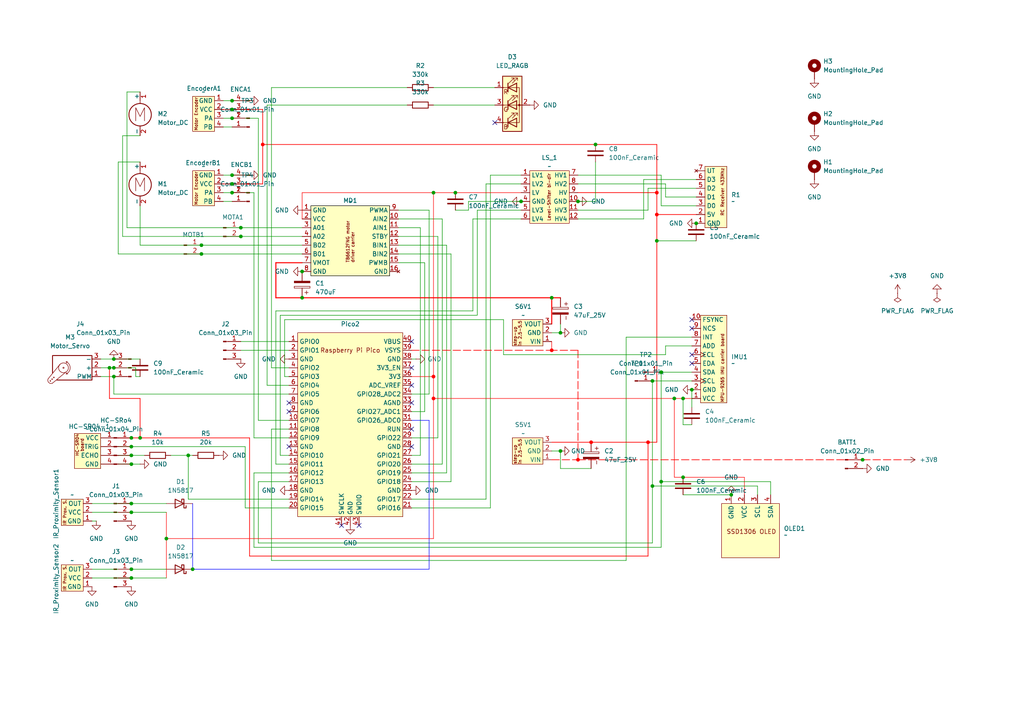
<source format=kicad_sch>
(kicad_sch (version 20231120) (generator "eeschema") (generator_version "8.0")
  (paper "A4")
  (title_block (title "simple-robot") (date "2024-12-29") (rev "1") (company "Rafael Koch"))
  (junction (at 162.56 96.52))
  (junction (at 67.31 31.75))
  (junction (at 125.73 115.57) (color 255 0 0 1))
  (junction (at 198.12 115.57))
  (junction (at 38.1 148.59))
  (junction (at 69.85 68.58))
  (junction (at 38.1 129.54))
  (junction (at 132.08 55.88))
  (junction (at 87.63 86.36))
  (junction (at 200.66 113.03))
  (junction (at 190.5 62.23) (color 255 0 0 1))
  (junction (at 58.42 71.12))
  (junction (at 160.02 101.6) (color 255 0 0 1))
  (junction (at 190.5 55.88) (color 255 0 0 1))
  (junction (at 38.1 165.1))
  (junction (at 33.02 104.14))
  (junction (at 172.72 41.91))
  (junction (at 54.61 132.08))
  (junction (at 198.12 138.43))
  (junction (at 67.31 50.8))
  (junction (at 151.13 58.42))
  (junction (at 33.02 106.68))
  (junction (at 55.88 165.1))
  (junction (at 191.77 107.95))
  (junction (at 167.64 133.35) (color 255 0 0 1))
  (junction (at 38.1 132.08))
  (junction (at 250.19 133.35))
  (junction (at 212.09 143.51))
  (junction (at 190.5 69.85))
  (junction (at 160.02 86.36))
  (junction (at 195.58 115.57))
  (junction (at 33.02 109.22))
  (junction (at 38.1 134.62))
  (junction (at 38.1 146.05))
  (junction (at 87.63 78.74))
  (junction (at 76.2 41.91) (color 255 0 0 1))
  (junction (at 189.23 140.97))
  (junction (at 167.64 58.42))
  (junction (at 67.31 34.29))
  (junction (at 125.73 55.88))
  (junction (at 67.31 53.34))
  (junction (at 162.56 130.81))
  (junction (at 171.45 128.27) (color 255 0 0 1))
  (junction (at 38.1 127))
  (junction (at 187.96 128.27) (color 255 0 0 1))
  (junction (at 67.31 29.21))
  (junction (at 69.85 66.04))
  (junction (at 48.26 156.21))
  (junction (at 31.75 106.68))
  (junction (at 125.73 109.22) (color 255 0 0 1))
  (junction (at 191.77 139.7))
  (junction (at 40.64 127))
  (junction (at 189.23 110.49))
  (junction (at 67.31 55.88))
  (junction (at 58.42 73.66))
  (junction (at 201.93 64.77))
  (junction (at 38.1 167.64))
  (no_connect (at 119.38 124.46))
  (no_connect (at 200.66 92.71))
  (no_connect (at 83.82 116.84))
  (no_connect (at 200.66 102.87))
  (no_connect (at 119.38 106.68))
  (no_connect (at 83.82 129.54))
  (no_connect (at 143.51 35.56))
  (no_connect (at 119.38 129.54))
  (no_connect (at 119.38 116.84))
  (no_connect (at 99.06 152.4))
  (no_connect (at 200.66 95.25))
  (no_connect (at 104.14 152.4))
  (no_connect (at 83.82 119.38))
  (no_connect (at 119.38 99.06))
  (no_connect (at 119.38 111.76))
  (no_connect (at 200.66 105.41))
  (wire (pts (xy 38.1 132.08) (xy 41.91 132.08)))
  (wire (pts (xy 198.12 123.19) (xy 198.12 115.57)))
  (wire (pts (xy 146.05 92.71) (xy 146.05 102.87)))
  (wire (pts (xy 198.12 115.57) (xy 200.66 115.57)) (stroke (width 0) (color 255 0 0 1)))
  (wire (pts (xy 34.29 129.54) (xy 38.1 129.54)))
  (wire (pts (xy 31.75 115.57) (xy 31.75 106.68)) (stroke (width 0.2) (color 255 0 0 1)))
  (wire (pts (xy 36.83 66.04) (xy 36.83 26.67)))
  (wire (pts (xy 115.57 66.04) (xy 121.92 66.04)))
  (wire (pts (xy 190.5 62.23) (xy 201.93 62.23)) (stroke (width 0.2) (color 255 0 0 1)))
  (wire (pts (xy 200.66 110.49) (xy 189.23 110.49)))
  (wire (pts (xy 128.27 63.5) (xy 128.27 134.62)))
  (wire (pts (xy 72.39 161.29) (xy 187.96 161.29)) (stroke (width 0.2) (color 255 0 0 1)))
  (wire (pts (xy 74.93 139.7) (xy 83.82 139.7)))
  (wire (pts (xy 38.1 167.64) (xy 48.26 167.64)))
  (wire (pts (xy 69.85 101.6) (xy 83.82 101.6)))
  (wire (pts (xy 54.61 132.08) (xy 55.88 132.08)))
  (wire (pts (xy 128.27 134.62) (xy 119.38 134.62)))
  (wire (pts (xy 76.2 53.34) (xy 76.2 41.91)) (stroke (width 0.2) (color 255 0 0 1)))
  (wire (pts (xy 82.55 92.71) (xy 146.05 92.71)))
  (wire (pts (xy 186.69 52.07) (xy 186.69 63.5)))
  (wire (pts (xy 34.29 132.08) (xy 38.1 132.08)))
  (wire (pts (xy 78.74 124.46) (xy 83.82 124.46)))
  (wire (pts (xy 138.43 91.44) (xy 81.28 91.44)))
  (wire (pts (xy 73.66 55.88) (xy 73.66 127)))
  (wire (pts (xy 135.89 60.96) (xy 135.89 58.42)))
  (wire (pts (xy 64.77 53.34) (xy 67.31 53.34)) (stroke (width 0.2) (color 255 0 0 1)))
  (wire (pts (xy 74.93 34.29) (xy 74.93 121.92)))
  (wire (pts (xy 34.29 127) (xy 38.1 127)) (stroke (width 0.2) (color 255 0 0 1)))
  (wire (pts (xy 80.01 90.17) (xy 80.01 134.62)))
  (wire (pts (xy 160.02 86.36) (xy 162.56 86.36)) (stroke (width 0.3) (color 255 0 0 1)))
  (wire (pts (xy 198.12 143.51) (xy 212.09 143.51)))
  (wire (pts (xy 190.5 55.88) (xy 190.5 62.23)) (stroke (width 0.2) (color 255 0 0 1)))
  (wire (pts (xy 172.72 41.91) (xy 190.5 41.91)) (stroke (width 0.2) (color 255 0 0 1)))
  (wire (pts (xy 191.77 158.75) (xy 191.77 139.7)))
  (wire (pts (xy 80.01 134.62) (xy 83.82 134.62)))
  (wire (pts (xy 125.73 156.21) (xy 48.26 156.21)) (stroke (width 0) (color 255 0 0 1)))
  (wire (pts (xy 187.96 161.29) (xy 187.96 128.27)) (stroke (width 0.2) (color 255 0 0 1)))
  (wire (pts (xy 58.42 71.12) (xy 40.64 71.12)))
  (wire (pts (xy 191.77 139.7) (xy 191.77 107.95)))
  (wire (pts (xy 121.92 132.08) (xy 119.38 132.08)))
  (wire (pts (xy 115.57 71.12) (xy 129.54 71.12)))
  (wire (pts (xy 87.63 68.58) (xy 69.85 68.58)))
  (wire (pts (xy 82.55 109.22) (xy 82.55 92.71)))
  (wire (pts (xy 67.31 29.21) (xy 64.77 29.21)))
  (wire (pts (xy 129.54 137.16) (xy 119.38 137.16)))
  (wire (pts (xy 138.43 60.96) (xy 138.43 91.44)))
  (wire (pts (xy 119.38 121.92) (xy 124.46 121.92)) (stroke (width 0) (color 0 0 255 1)))
  (wire (pts (xy 195.58 115.57) (xy 198.12 115.57)) (stroke (width 0) (color 255 0 0 1)))
  (wire (pts (xy 64.77 36.83) (xy 67.31 36.83)))
  (wire (pts (xy 71.12 129.54) (xy 71.12 147.32)))
  (wire (pts (xy 142.24 50.8) (xy 151.13 50.8)))
  (wire (pts (xy 33.02 109.22) (xy 33.02 114.3)))
  (wire (pts (xy 123.19 76.2) (xy 123.19 119.38)))
  (wire (pts (xy 137.16 63.5) (xy 151.13 63.5)))
  (wire (pts (xy 29.21 106.68) (xy 31.75 106.68)))
  (wire (pts (xy 146.05 102.87) (xy 193.04 102.87)))
  (wire (pts (xy 36.83 66.04) (xy 69.85 66.04)))
  (wire (pts (xy 29.21 104.14) (xy 33.02 104.14)))
  (wire (pts (xy 138.43 60.96) (xy 151.13 60.96)))
  (wire (pts (xy 26.67 146.05) (xy 38.1 146.05)))
  (wire (pts (xy 167.64 60.96) (xy 187.96 60.96)))
  (wire (pts (xy 119.38 144.78) (xy 140.97 144.78)))
  (wire (pts (xy 142.24 50.8) (xy 142.24 147.32)))
  (wire (pts (xy 67.31 31.75) (xy 76.2 31.75)) (stroke (width 0.2) (color 255 0 0 1)))
  (wire (pts (xy 49.53 132.08) (xy 54.61 132.08)))
  (wire (pts (xy 38.1 165.1) (xy 48.26 165.1)))
  (wire (pts (xy 160.02 101.6) (xy 160.02 99.06)) (stroke (width 0) (color 255 0 0 1)))
  (wire (pts (xy 39.37 109.22) (xy 39.37 106.68)))
  (wire (pts (xy 80.01 86.36) (xy 87.63 86.36)) (stroke (width 0.3) (color 255 0 0 1)))
  (wire (pts (xy 124.46 60.96) (xy 124.46 114.3)))
  (wire (pts (xy 33.02 114.3) (xy 83.82 114.3)))
  (wire (pts (xy 87.63 71.12) (xy 58.42 71.12)))
  (wire (pts (xy 36.83 26.67) (xy 40.64 26.67)))
  (wire (pts (xy 190.5 69.85) (xy 190.5 62.23)) (stroke (width 0.2) (color 255 0 0 1)))
  (wire (pts (xy 167.64 101.6) (xy 160.02 101.6)) (stroke (width 0.2) (type dash) (color 255 0 0 1)))
  (wire (pts (xy 80.01 76.2) (xy 87.63 76.2)) (stroke (width 0.3) (color 255 0 0 1)))
  (wire (pts (xy 40.64 115.57) (xy 31.75 115.57)) (stroke (width 0.2) (color 255 0 0 1)))
  (wire (pts (xy 83.82 127) (xy 73.66 127)))
  (wire (pts (xy 130.81 139.7) (xy 119.38 139.7)))
  (wire (pts (xy 162.56 135.89) (xy 171.45 135.89)))
  (wire (pts (xy 191.77 50.8) (xy 191.77 59.69)))
  (wire (pts (xy 125.73 55.88) (xy 125.73 109.22)) (stroke (width 0) (color 255 0 0 1)))
  (wire (pts (xy 191.77 59.69) (xy 201.93 59.69)))
  (wire (pts (xy 142.24 147.32) (xy 119.38 147.32)))
  (wire (pts (xy 26.67 148.59) (xy 38.1 148.59)))
  (wire (pts (xy 132.08 60.96) (xy 135.89 60.96)))
  (wire (pts (xy 201.93 52.07) (xy 186.69 52.07)))
  (wire (pts (xy 73.66 158.75) (xy 191.77 158.75)))
  (wire (pts (xy 127 68.58) (xy 115.57 68.58)))
  (wire (pts (xy 140.97 53.34) (xy 151.13 53.34)))
  (wire (pts (xy 34.29 73.66) (xy 34.29 46.99)))
  (wire (pts (xy 125.73 25.4) (xy 143.51 25.4)))
  (wire (pts (xy 123.19 119.38) (xy 119.38 119.38)))
  (wire (pts (xy 181.61 162.56) (xy 181.61 97.79)))
  (wire (pts (xy 125.73 115.57) (xy 125.73 156.21)) (stroke (width 0) (color 255 0 0 1)))
  (wire (pts (xy 78.74 25.4) (xy 118.11 25.4)))
  (wire (pts (xy 193.04 57.15) (xy 193.04 53.34)))
  (wire (pts (xy 125.73 30.48) (xy 143.51 30.48)))
  (wire (pts (xy 189.23 110.49) (xy 189.23 140.97)))
  (wire (pts (xy 198.12 138.43) (xy 215.9 138.43)) (stroke (width 0) (color 255 0 0 1)))
  (wire (pts (xy 187.96 54.61) (xy 187.96 60.96)))
  (wire (pts (xy 58.42 73.66) (xy 34.29 73.66)))
  (wire (pts (xy 195.58 115.57) (xy 195.58 138.43)) (stroke (width 0) (color 255 0 0 1)))
  (wire (pts (xy 137.16 63.5) (xy 137.16 90.17)))
  (wire (pts (xy 73.66 137.16) (xy 73.66 158.75)))
  (wire (pts (xy 81.28 91.44) (xy 81.28 132.08)))
  (wire (pts (xy 78.74 106.68) (xy 78.74 25.4)))
  (wire (pts (xy 87.63 55.88) (xy 125.73 55.88)) (stroke (width 0) (color 255 0 0 1)))
  (wire (pts (xy 80.01 76.2) (xy 80.01 86.36)) (stroke (width 0.3) (color 255 0 0 1)))
  (wire (pts (xy 81.28 132.08) (xy 83.82 132.08)))
  (wire (pts (xy 69.85 99.06) (xy 83.82 99.06)))
  (wire (pts (xy 160.02 96.52) (xy 162.56 96.52)))
  (wire (pts (xy 189.23 140.97) (xy 189.23 157.48)))
  (wire (pts (xy 38.1 146.05) (xy 48.26 146.05)))
  (wire (pts (xy 83.82 111.76) (xy 77.47 111.76)))
  (wire (pts (xy 201.93 54.61) (xy 187.96 54.61)))
  (wire (pts (xy 120.65 104.14) (xy 119.38 104.14)))
  (wire (pts (xy 71.12 147.32) (xy 83.82 147.32)))
  (wire (pts (xy 78.74 124.46) (xy 78.74 162.56)))
  (wire (pts (xy 124.46 165.1) (xy 55.88 165.1)) (stroke (width 0) (color 0 0 255 1)))
  (wire (pts (xy 200.66 123.19) (xy 198.12 123.19)))
  (wire (pts (xy 195.58 138.43) (xy 198.12 138.43)) (stroke (width 0) (color 255 0 0 1)))
  (wire (pts (xy 40.64 127) (xy 40.64 115.57)) (stroke (width 0.2) (color 255 0 0 1)))
  (wire (pts (xy 124.46 121.92) (xy 124.46 165.1)) (stroke (width 0) (color 0 0 255 1)))
  (wire (pts (xy 140.97 144.78) (xy 140.97 53.34)))
  (wire (pts (xy 160.02 93.98) (xy 160.02 86.36)) (stroke (width 0.3) (color 255 0 0 1)))
  (wire (pts (xy 69.85 68.58) (xy 35.56 68.58)))
  (wire (pts (xy 162.56 130.81) (xy 160.02 130.81)))
  (wire (pts (xy 137.16 90.17) (xy 80.01 90.17)))
  (wire (pts (xy 193.04 100.33) (xy 200.66 100.33)))
  (wire (pts (xy 171.45 128.27) (xy 187.96 128.27)) (stroke (width 0.2) (color 255 0 0 1)))
  (wire (pts (xy 121.92 66.04) (xy 121.92 132.08)))
  (wire (pts (xy 40.64 109.22) (xy 39.37 109.22)))
  (wire (pts (xy 189.23 157.48) (xy 74.93 157.48)))
  (wire (pts (xy 55.88 146.05) (xy 55.88 165.1)) (stroke (width 0) (color 0 0 255 1)))
  (wire (pts (xy 172.72 46.99) (xy 172.72 58.42)))
  (wire (pts (xy 130.81 73.66) (xy 130.81 139.7)))
  (wire (pts (xy 115.57 60.96) (xy 124.46 60.96)))
  (wire (pts (xy 167.64 133.35) (xy 250.19 133.35)) (stroke (width 0.2) (type dash) (color 255 0 0 1)))
  (wire (pts (xy 77.47 30.48) (xy 118.11 30.48)))
  (wire (pts (xy 187.96 128.27) (xy 190.5 128.27)) (stroke (width 0.2) (color 255 0 0 1)))
  (wire (pts (xy 191.77 139.7) (xy 223.52 139.7)))
  (wire (pts (xy 40.64 134.62) (xy 38.1 134.62)))
  (wire (pts (xy 26.67 167.64) (xy 38.1 167.64)))
  (wire (pts (xy 38.1 134.62) (xy 34.29 134.62)))
  (wire (pts (xy 35.56 68.58) (xy 35.56 39.37)))
  (wire (pts (xy 38.1 148.59) (xy 48.26 148.59)))
  (wire (pts (xy 167.64 53.34) (xy 193.04 53.34)))
  (wire (pts (xy 54.61 144.78) (xy 54.61 132.08)))
  (wire (pts (xy 127 127) (xy 127 68.58)))
  (wire (pts (xy 160.02 133.35) (xy 167.64 133.35)) (stroke (width 0.2) (type dash) (color 255 0 0 1)))
  (wire (pts (xy 67.31 55.88) (xy 73.66 55.88)))
  (wire (pts (xy 193.04 102.87) (xy 193.04 100.33)))
  (wire (pts (xy 190.5 41.91) (xy 190.5 55.88)) (stroke (width 0.2) (color 255 0 0 1)))
  (wire (pts (xy 162.56 135.89) (xy 162.56 130.81)))
  (wire (pts (xy 201.93 57.15) (xy 193.04 57.15)))
  (wire (pts (xy 64.77 55.88) (xy 67.31 55.88)))
  (wire (pts (xy 190.5 69.85) (xy 201.93 69.85)))
  (wire (pts (xy 35.56 39.37) (xy 40.64 39.37)))
  (wire (pts (xy 72.39 29.21) (xy 67.31 29.21)))
  (wire (pts (xy 219.71 143.51) (xy 219.71 140.97)))
  (wire (pts (xy 64.77 31.75) (xy 67.31 31.75)) (stroke (width 0.2) (color 255 0 0 1)))
  (wire (pts (xy 38.1 129.54) (xy 71.12 129.54)))
  (wire (pts (xy 67.31 34.29) (xy 74.93 34.29)))
  (wire (pts (xy 33.02 104.14) (xy 40.64 104.14)))
  (wire (pts (xy 200.66 113.03) (xy 200.66 118.11)))
  (wire (pts (xy 76.2 41.91) (xy 76.2 31.75)) (stroke (width 0.2) (color 255 0 0 1)))
  (wire (pts (xy 83.82 137.16) (xy 73.66 137.16)))
  (wire (pts (xy 26.67 165.1) (xy 38.1 165.1)))
  (wire (pts (xy 34.29 46.99) (xy 40.64 46.99)))
  (wire (pts (xy 87.63 73.66) (xy 58.42 73.66)))
  (wire (pts (xy 223.52 139.7) (xy 223.52 143.51)))
  (wire (pts (xy 250.19 133.35) (xy 262.89 133.35)) (stroke (width 0.2) (type dash) (color 255 0 0 1)))
  (wire (pts (xy 74.93 157.48) (xy 74.93 139.7)))
  (wire (pts (xy 167.64 63.5) (xy 186.69 63.5)))
  (wire (pts (xy 119.38 127) (xy 127 127)))
  (wire (pts (xy 40.64 127) (xy 72.39 127)) (stroke (width 0.2) (color 255 0 0 1)))
  (wire (pts (xy 26.67 151.13) (xy 27.94 151.13)))
  (wire (pts (xy 76.2 41.91) (xy 172.72 41.91)) (stroke (width 0.2) (color 255 0 0 1)))
  (wire (pts (xy 48.26 156.21) (xy 48.26 167.64)) (stroke (width 0) (color 255 0 0 1)))
  (wire (pts (xy 167.64 50.8) (xy 191.77 50.8)))
  (wire (pts (xy 124.46 114.3) (xy 119.38 114.3)))
  (wire (pts (xy 87.63 86.36) (xy 160.02 86.36)) (stroke (width 0.3) (color 255 0 0 1)))
  (wire (pts (xy 215.9 138.43) (xy 215.9 143.51)) (stroke (width 0) (color 255 0 0 1)))
  (wire (pts (xy 54.61 144.78) (xy 83.82 144.78)))
  (wire (pts (xy 190.5 128.27) (xy 190.5 69.85)) (stroke (width 0.2) (color 255 0 0 1)))
  (wire (pts (xy 115.57 76.2) (xy 123.19 76.2)))
  (wire (pts (xy 125.73 115.57) (xy 195.58 115.57)) (stroke (width 0) (color 255 0 0 1)))
  (wire (pts (xy 151.13 55.88) (xy 132.08 55.88)) (stroke (width 0) (color 255 0 0 1)))
  (wire (pts (xy 125.73 109.22) (xy 125.73 115.57)) (stroke (width 0) (color 255 0 0 1)))
  (wire (pts (xy 74.93 121.92) (xy 83.82 121.92)))
  (wire (pts (xy 115.57 63.5) (xy 128.27 63.5)))
  (wire (pts (xy 31.75 106.68) (xy 33.02 106.68)))
  (wire (pts (xy 87.63 55.88) (xy 87.63 63.5)) (stroke (width 0) (color 255 0 0 1)))
  (wire (pts (xy 160.02 128.27) (xy 171.45 128.27)) (stroke (width 0.2) (color 255 0 0 1)))
  (wire (pts (xy 167.64 101.6) (xy 167.64 133.35)) (stroke (width 0.2) (type dash) (color 255 0 0 1)))
  (wire (pts (xy 83.82 106.68) (xy 78.74 106.68)))
  (wire (pts (xy 83.82 109.22) (xy 82.55 109.22)))
  (wire (pts (xy 78.74 162.56) (xy 181.61 162.56)))
  (wire (pts (xy 72.39 127) (xy 72.39 161.29)) (stroke (width 0.2) (color 255 0 0 1)))
  (wire (pts (xy 135.89 58.42) (xy 151.13 58.42)))
  (wire (pts (xy 181.61 97.79) (xy 200.66 97.79)))
  (wire (pts (xy 64.77 58.42) (xy 67.31 58.42)))
  (wire (pts (xy 67.31 50.8) (xy 72.39 50.8)))
  (wire (pts (xy 64.77 34.29) (xy 67.31 34.29)))
  (wire (pts (xy 69.85 66.04) (xy 87.63 66.04)))
  (wire (pts (xy 119.38 109.22) (xy 125.73 109.22)) (stroke (width 0) (color 255 0 0 1)))
  (wire (pts (xy 162.56 93.98) (xy 162.56 96.52)))
  (wire (pts (xy 67.31 53.34) (xy 76.2 53.34)) (stroke (width 0.2) (color 255 0 0 1)))
  (wire (pts (xy 191.77 107.95) (xy 200.66 107.95)))
  (wire (pts (xy 40.64 71.12) (xy 40.64 59.69)))
  (wire (pts (xy 38.1 127) (xy 40.64 127)) (stroke (width 0.2) (color 255 0 0 1)))
  (wire (pts (xy 129.54 71.12) (xy 129.54 137.16)))
  (wire (pts (xy 172.72 58.42) (xy 167.64 58.42)))
  (wire (pts (xy 119.38 101.6) (xy 160.02 101.6)) (stroke (width 0.2) (type dash) (color 255 0 0 1)))
  (wire (pts (xy 48.26 148.59) (xy 48.26 156.21)) (stroke (width 0) (color 255 0 0 1)))
  (wire (pts (xy 77.47 111.76) (xy 77.47 30.48)))
  (wire (pts (xy 219.71 140.97) (xy 189.23 140.97)))
  (wire (pts (xy 115.57 73.66) (xy 130.81 73.66)))
  (wire (pts (xy 29.21 109.22) (xy 33.02 109.22)))
  (wire (pts (xy 33.02 106.68) (xy 39.37 106.68)))
  (wire (pts (xy 64.77 50.8) (xy 67.31 50.8)))
  (wire (pts (xy 132.08 55.88) (xy 125.73 55.88)) (stroke (width 0) (color 255 0 0 1)))
  (wire (pts (xy 167.64 55.88) (xy 190.5 55.88)) (stroke (width 0.2) (color 255 0 0 1)))
  (symbol (lib_id "power:+3V8") (at 260.35 85.09 0) (unit 1)
    (property "Reference" "#PWR019" (effects (hide yes)))
    (property "Value" "+3V8" (at 260.35 80.01 0))
    (property "Description" "Power symbol creates a global label with name \"+3V8\"" (effects (hide yes)))
  )
  (symbol (lib_id "power:GND") (at 167.64 58.42 90) (unit 1)
    (property "Reference" "#PWR07" (effects (hide yes)))
    (property "Value" "GND" (at 171.45 58.4199 90) (effects (justify right)))
    (property "Description" "Power symbol creates a global label with name \"GND\" , ground" (effects (hide yes)))
  )
  (symbol (lib_id "Connector:Conn_01x01_Pin") (at 72.39 55.88 180) (unit 1)
    (property "Reference" "TP4" (at 71.755 50.8 0))
    (property "Value" "Conn_01x01_Pin" (at 71.755 53.34 0))
    (property "Footprint" "Connector_PinHeader_2.54mm:PinHeader_1x01_P2.54mm_Vertical" (effects (hide yes)))
    (property "Description" "Generic connector, single row, 01x01, script generated" (effects (hide yes)))
  )
  (symbol (lib_id "power:GND") (at 201.93 64.77 270) (unit 1)
    (property "Reference" "#PWR09" (effects (hide yes)))
    (property "Value" "GND" (at 198.12 64.7699 90) (effects (justify right)))
    (property "Description" "Power symbol creates a global label with name \"GND\" , ground" (effects (hide yes)))
  )
  (symbol (lib_id "common-hobby-things:IR_Proximity_Sensor") (at 20.32 162.56 0) (unit 1) (on_board no)
    (property "Reference" "IR_Proximity_Sensor2" (at 16.256 167.894 90))
    (property "Value" "~" (at 20.955 162.56 0))
  )
  (symbol (lib_id "common-hobby-things:Hall-effect_encoder") (at 58.42 48.26 0) (unit 1) (on_board no)
    (property "Reference" "EncoderB1" (at 58.928 47.244 0))
    (property "Value" "~" (at 59.055 48.26 0))
  )
  (symbol (lib_id "power:GND") (at 38.1 170.18 0) (unit 1)
    (property "Reference" "#PWR022" (effects (hide yes)))
    (property "Value" "GND" (at 38.1 175.26 0))
    (property "Description" "Power symbol creates a global label with name \"GND\" , ground" (effects (hide yes)))
  )
  (symbol (lib_id "power:GND") (at 26.67 170.18 0) (unit 1)
    (property "Reference" "#PWR028" (effects (hide yes)))
    (property "Value" "GND" (at 26.67 175.26 0))
    (property "Description" "Power symbol creates a global label with name \"GND\" , ground" (effects (hide yes)))
  )
  (symbol (lib_id "power:GND") (at 72.39 50.8 90) (unit 1)
    (property "Reference" "#PWR06" (effects (hide yes)))
    (property "Value" "GND" (at 76.2 50.7999 90) (effects (justify right)))
    (property "Description" "Power symbol creates a global label with name \"GND\" , ground" (effects (hide yes)))
  )
  (symbol (lib_id "Motor:Motor_Servo") (at 21.59 106.68 180) (unit 1) (in_bom no) (on_board no)
    (property "Reference" "M3" (at 20.3311 97.79 0))
    (property "Value" "Motor_Servo" (at 20.3311 100.33 0))
    (property "Datasheet" "http://forums.parallax.com/uploads/attachments/46831/74481.png" (effects (hide yes)))
    (property "Description" "Servo Motor (Futaba, HiTec, JR connector)" (effects (hide yes)))
  )
  (symbol (lib_id "power:GND") (at 87.63 60.96 270) (unit 1)
    (property "Reference" "#PWR014" (effects (hide yes)))
    (property "Value" "GND" (at 83.82 60.9601 90) (effects (justify right)))
    (property "Description" "Power symbol creates a global label with name \"GND\" , ground" (effects (hide yes)))
  )
  (symbol (lib_id "PCM_SL_Capacitors:47uF_25V") (at 162.56 90.17 270) (unit 1)
    (property "Reference" "C3" (at 166.37 88.8999 90) (effects (justify left)))
    (property "Value" "47uF_25V" (at 166.37 91.4399 90) (effects (justify left)))
    (property "Footprint" "Capacitor_THT:CP_Radial_D5.0mm_P2.00mm" (effects (hide yes)))
    (property "Description" "47uF, 25V Electrolytic Capacitor" (effects (hide yes)))
  )
  (symbol (lib_id "PCM_SL_Resistors:330k") (at 121.92 25.4 0) (unit 1)
    (property "Reference" "R2" (at 121.92 19.05 0))
    (property "Value" "330k" (at 121.92 21.59 0))
    (property "Footprint" "Resistor_THT:R_Axial_DIN0207_L6.3mm_D2.5mm_P10.16mm_Horizontal" (effects (hide yes)))
    (property "Description" "330kΩ, 1/4W Resistor" (effects (hide yes)))
  )
  (symbol (lib_id "Mechanical:MountingHole_Pad") (at 236.22 35.56 0) (unit 1) (exclude_from_sim yes) (in_bom no)
    (property "Reference" "H2" (at 238.76 33.0199 0) (effects (justify left)))
    (property "Value" "MountingHole_Pad" (at 238.76 35.5599 0) (effects (justify left)))
    (property "Footprint" "MountingHole:MountingHole_3.7mm_Pad_Via" (effects (hide yes)))
    (property "Description" "Mounting Hole with connection" (effects (hide yes)))
  )
  (symbol (lib_id "Connector:Conn_01x01_Pin") (at 186.69 107.95 0) (unit 1)
    (property "Reference" "TP2" (at 187.325 102.87 0))
    (property "Value" "Conn_01x01_Pin" (at 187.325 105.41 0))
    (property "Footprint" "Connector_PinHeader_2.54mm:PinHeader_1x01_P2.54mm_Vertical" (effects (hide yes)))
    (property "Description" "Generic connector, single row, 01x01, script generated" (effects (hide yes)))
  )
  (symbol (lib_id "Diode:1N5817") (at 52.07 165.1 180) (unit 1)
    (property "Reference" "D2" (at 52.3875 158.75 0))
    (property "Value" "1N5817" (at 52.3875 161.29 0))
    (property "Footprint" "Diode_THT:D_DO-41_SOD81_P10.16mm_Horizontal" (effects (hide yes)))
    (property "Datasheet" "http://www.vishay.com/docs/88525/1n5817.pdf" (effects (hide yes)))
    (property "Description" "20V 1A Schottky Barrier Rectifier Diode, DO-41" (effects (hide yes)))
  )
  (symbol (lib_id "power:GND") (at 38.1 151.13 0) (unit 1)
    (property "Reference" "#PWR02" (effects (hide yes)))
    (property "Value" "GND" (at 38.1 156.21 0))
    (property "Description" "Power symbol creates a global label with name \"GND\" , ground" (effects (hide yes)))
  )
  (symbol (lib_id "power:GND") (at 162.56 96.52 90) (unit 1)
    (property "Reference" "#PWR03" (effects (hide yes)))
    (property "Value" "GND" (at 166.37 96.5199 90) (effects (justify right)))
    (property "Description" "Power symbol creates a global label with name \"GND\" , ground" (effects (hide yes)))
  )
  (symbol (lib_id "power:GND") (at 271.78 85.09 180) (unit 1)
    (property "Reference" "#PWR020" (effects (hide yes)))
    (property "Value" "GND" (at 271.78 80.01 0))
    (property "Description" "Power symbol creates a global label with name \"GND\" , ground" (effects (hide yes)))
  )
  (symbol (lib_id "common-hobby-things:IR_Proximity_Sensor") (at 20.32 143.51 0) (unit 1) (on_board no)
    (property "Reference" "IR_Proximity_Sensor1" (at 16.256 135.89 90) (effects (justify right)))
    (property "Value" "~" (at 20.955 143.51 0))
  )
  (symbol (lib_id "PCM_SL_Capacitors:100nF_Ceramic") (at 201.93 67.31 270) (unit 1)
    (property "Reference" "C5" (at 205.74 66.0399 90) (effects (justify left)))
    (property "Value" "100nF_Ceramic" (at 205.74 68.5799 90) (effects (justify left)))
    (property "Footprint" "Capacitor_THT:C_Disc_D5.0mm_W2.5mm_P2.50mm" (effects (hide yes)))
    (property "Description" "100nF Ceramic Capacitor" (effects (hide yes)))
  )
  (symbol (lib_id "Motor:Motor_DC") (at 40.64 52.07 0) (unit 1) (on_board no)
    (property "Reference" "M1" (at 45.72 53.3399 0) (effects (justify left)))
    (property "Value" "Motor_DC" (at 45.72 55.8799 0) (effects (justify left)))
    (property "Description" "DC Motor" (effects (hide yes)))
  )
  (symbol (lib_id "PCM_SL_Resistors:20k") (at 59.69 132.08 0) (unit 1)
    (property "Reference" "R5" (at 59.69 125.73 0))
    (property "Value" "20k" (at 59.69 128.27 0))
    (property "Footprint" "Resistor_THT:R_Axial_DIN0207_L6.3mm_D2.5mm_P10.16mm_Horizontal" (effects (hide yes)))
    (property "Description" "20kΩ, 1/4W Resistor" (effects (hide yes)))
  )
  (symbol (lib_id "Diode:1N5817") (at 52.07 146.05 180) (unit 1)
    (property "Reference" "D1" (at 52.3875 139.7 0))
    (property "Value" "1N5817" (at 52.3875 142.24 0))
    (property "Footprint" "Diode_THT:D_DO-41_SOD81_P10.16mm_Horizontal" (effects (hide yes)))
    (property "Datasheet" "http://www.vishay.com/docs/88525/1n5817.pdf" (effects (hide yes)))
    (property "Description" "20V 1A Schottky Barrier Rectifier Diode, DO-41" (effects (hide yes)))
  )
  (symbol (lib_id "power:GND") (at 83.82 142.24 270) (unit 1)
    (property "Reference" "#PWR015" (effects (hide yes)))
    (property "Value" "GND" (at 80.01 142.2399 90) (effects (justify right)))
    (property "Description" "Power symbol creates a global label with name \"GND\" , ground" (effects (hide yes)))
  )
  (symbol (lib_id "power:GND") (at 87.63 78.74 270) (unit 1)
    (property "Reference" "#PWR05" (effects (hide yes)))
    (property "Value" "GND" (at 83.82 78.7401 90) (effects (justify right)))
    (property "Description" "Power symbol creates a global label with name \"GND\" , ground" (effects (hide yes)))
  )
  (symbol (lib_id "Device:C_Polarized") (at 87.63 82.55 180) (unit 1)
    (property "Reference" "C1" (at 91.44 82.1689 0) (effects (justify right)))
    (property "Value" "470uF" (at 91.44 84.7089 0) (effects (justify right)))
    (property "Footprint" "Capacitor_THT:CP_Radial_D6.3mm_P2.50mm" (effects (hide yes)))
    (property "Description" "Polarized capacitor" (effects (hide yes)))
  )
  (symbol (lib_id "Connector:Conn_01x04_Pin") (at 72.39 55.88 180) (unit 1)
    (property "Reference" "ENCB1" (at 70.104 47.752 0))
    (property "Value" "Conn_01x04_Pin" (effects (hide yes)))
    (property "Footprint" "Connector_PinHeader_2.54mm:PinHeader_1x04_P2.54mm_Vertical" (effects (hide yes)))
    (property "Description" "Generic connector, single row, 01x04, script generated" (effects (hide yes)))
  )
  (symbol (lib_id "power:GND") (at 151.13 58.42 270) (unit 1)
    (property "Reference" "#PWR08" (effects (hide yes)))
    (property "Value" "GND" (at 147.32 58.4199 90) (effects (justify right)))
    (property "Description" "Power symbol creates a global label with name \"GND\" , ground" (effects (hide yes)))
  )
  (symbol (lib_id "power:+3V8") (at 262.89 133.35 270) (unit 1)
    (property "Reference" "#PWR013" (effects (hide yes)))
    (property "Value" "+3V8" (at 266.7 133.3499 90) (effects (justify left)))
    (property "Description" "Power symbol creates a global label with name \"+3V8\"" (effects (hide yes)))
  )
  (symbol (lib_id "PCM_SL_Capacitors:47uF_25V") (at 171.45 132.08 270) (unit 1)
    (property "Reference" "C2" (at 175.26 130.8099 90) (effects (justify left)))
    (property "Value" "47uF_25V" (at 175.26 133.3499 90) (effects (justify left)))
    (property "Footprint" "Capacitor_THT:CP_Radial_D5.0mm_P2.00mm" (effects (hide yes)))
    (property "Description" "47uF, 25V Electrolytic Capacitor" (effects (hide yes)))
  )
  (symbol (lib_id "Mechanical:MountingHole_Pad") (at 236.22 49.53 0) (unit 1) (exclude_from_sim yes) (in_bom no)
    (property "Reference" "H1" (at 238.76 46.9899 0) (effects (justify left)))
    (property "Value" "MountingHole_Pad" (at 238.76 49.5299 0) (effects (justify left)))
    (property "Footprint" "MountingHole:MountingHole_3.7mm_Pad_Via" (effects (hide yes)))
    (property "Description" "Mounting Hole with connection" (effects (hide yes)))
  )
  (symbol (lib_id "power:GND") (at 119.38 142.24 90) (unit 1)
    (property "Reference" "#PWR017" (effects (hide yes)))
    (property "Value" "GND" (at 123.19 142.2399 90) (effects (justify right)))
    (property "Description" "Power symbol creates a global label with name \"GND\" , ground" (effects (hide yes)))
  )
  (symbol (lib_id "PCM_SL_Capacitors:100nF_Ceramic") (at 132.08 58.42 270) (unit 1)
    (property "Reference" "C7" (at 135.89 57.1499 90) (effects (justify left)))
    (property "Value" "100nF_Ceramic" (at 135.89 59.6899 90) (effects (justify left)))
    (property "Footprint" "Capacitor_THT:C_Disc_D5.0mm_W2.5mm_P2.50mm" (effects (hide yes)))
    (property "Description" "100nF Ceramic Capacitor" (effects (hide yes)))
  )
  (symbol (lib_id "PCM_SL_Capacitors:100nF_Ceramic") (at 40.64 106.68 90) (unit 1)
    (property "Reference" "C9" (at 44.45 105.4099 90) (effects (justify right)))
    (property "Value" "100nF_Ceramic" (at 44.45 107.9499 90) (effects (justify right)))
    (property "Footprint" "Capacitor_THT:C_Disc_D5.0mm_W2.5mm_P2.50mm" (effects (hide yes)))
    (property "Description" "100nF Ceramic Capacitor" (effects (hide yes)))
  )
  (symbol (lib_id "common-hobby-things:step-up-converter_5V") (at 152.4 125.73 0) (unit 1)
    (property "Reference" "S5V1" (at 151.765 123.19 0))
    (property "Value" "~" (at 151.765 125.73 0))
    (property "Footprint" "common-hobby-things:Pololu step-up converter 2.5-5.5V in 5V out" (effects (hide yes)))
  )
  (symbol (lib_id "Connector:Conn_01x03_Pin") (at 64.77 101.6 0) (unit 1)
    (property "Reference" "J2" (at 65.405 93.98 0))
    (property "Value" "Conn_01x03_Pin" (at 65.405 96.52 0))
    (property "Footprint" "Connector_PinHeader_2.54mm:PinHeader_1x03_P2.54mm_Vertical" (effects (hide yes)))
    (property "Description" "Generic connector, single row, 01x03, script generated" (effects (hide yes)))
  )
  (symbol (lib_id "Device:LED_RAGB") (at 148.59 30.48 0) (unit 1)
    (property "Reference" "D3" (at 148.59 16.51 0))
    (property "Value" "LED_RAGB" (at 148.59 19.05 0))
    (property "Footprint" "common-hobby-things:LED RAGB" (effects (hide yes)))
    (property "Description" "RGB LED, red/anode/green/blue" (effects (hide yes)))
  )
  (symbol (lib_id "PCM_SL_Resistors:330k") (at 121.92 30.48 0) (unit 1)
    (property "Reference" "R3" (at 121.92 24.13 0))
    (property "Value" "330k" (at 121.92 26.67 0))
    (property "Footprint" "Resistor_THT:R_Axial_DIN0207_L6.3mm_D2.5mm_P10.16mm_Horizontal" (effects (hide yes)))
    (property "Description" "330kΩ, 1/4W Resistor" (effects (hide yes)))
  )
  (symbol (lib_id "common-hobby-things:TB6612FNG motor driver carrier") (at 101.6 58.42 0) (unit 1)
    (property "Reference" "MD1" (at 101.6 58.166 0))
    (property "Value" "~" (at 101.6 58.42 0))
    (property "Footprint" "common-hobby-things:TB6612FNG motor driver carrier" (effects (hide yes)))
  )
  (symbol (lib_id "power:GND") (at 63.5 132.08 90) (unit 1)
    (property "Reference" "#PWR021" (effects (hide yes)))
    (property "Value" "GND" (at 67.31 132.0799 90) (effects (justify right)))
    (property "Description" "Power symbol creates a global label with name \"GND\" , ground" (effects (hide yes)))
  )
  (symbol (lib_id "common-hobby-things:RC_Receiver") (at 207.01 67.31 180) (unit 1)
    (property "Reference" "R1" (at 212.09 56.5149 0) (effects (justify right)))
    (property "Value" "~" (at 212.09 58.42 0) (effects (justify right)))
    (property "Footprint" "common-hobby-things:433Mhz RC Receiver" (effects (hide yes)))
  )
  (symbol (lib_id "power:GND") (at 72.39 29.21 90) (unit 1)
    (property "Reference" "#PWR012" (effects (hide yes)))
    (property "Value" "GND" (at 76.2 29.2099 90) (effects (justify right)))
    (property "Description" "Power symbol creates a global label with name \"GND\" , ground" (effects (hide yes)))
  )
  (symbol (lib_id "power:GND") (at 27.94 151.13 0) (unit 1)
    (property "Reference" "#PWR01" (effects (hide yes)))
    (property "Value" "GND" (at 27.94 156.21 0))
    (property "Description" "Power symbol creates a global label with name \"GND\" , ground" (effects (hide yes)))
  )
  (symbol (lib_id "MCU_RaspberryPi_and_Boards:Pico") (at 101.6 123.19 0) (unit 1) (in_bom no)
    (property "Reference" "U1" (effects (hide yes)))
    (property "Value" "Pico2" (at 101.6 93.98 0))
    (property "Footprint" "MCU_RaspberryPi_and_Boards:RPi_Pico_SMD_TH" (effects (hide yes)))
  )
  (symbol (lib_id "power:GND") (at 200.66 113.03 270) (unit 1)
    (property "Reference" "#PWR010" (effects (hide yes)))
    (property "Value" "GND" (at 196.85 113.0299 90) (effects (justify right)))
    (property "Description" "Power symbol creates a global label with name \"GND\" , ground" (effects (hide yes)))
  )
  (symbol (lib_id "power:GND") (at 236.22 38.1 0) (unit 1)
    (property "Reference" "#PWR031" (effects (hide yes)))
    (property "Value" "GND" (at 236.22 43.18 0))
    (property "Description" "Power symbol creates a global label with name \"GND\" , ground" (effects (hide yes)))
  )
  (symbol (lib_id "common-hobby-things:Hall-effect_encoder") (at 58.42 26.67 0) (unit 1) (on_board no)
    (property "Reference" "EncoderA1" (at 59.182 25.654 0))
    (property "Value" "~" (at 59.055 26.67 0))
  )
  (symbol (lib_id "power:GND") (at 250.19 135.89 90) (unit 1)
    (property "Reference" "#PWR027" (effects (hide yes)))
    (property "Value" "GND" (at 254 135.8899 90) (effects (justify right)))
    (property "Description" "Power symbol creates a global label with name \"GND\" , ground" (effects (hide yes)))
  )
  (symbol (lib_id "Connector:Conn_01x03_Pin") (at 33.02 167.64 0) (unit 1)
    (property "Reference" "J3" (at 33.655 160.02 0))
    (property "Value" "Conn_01x03_Pin" (at 33.655 162.56 0))
    (property "Footprint" "Connector_PinHeader_2.54mm:PinHeader_1x03_P2.54mm_Vertical" (effects (hide yes)))
    (property "Description" "Generic connector, single row, 01x03, script generated" (effects (hide yes)))
  )
  (symbol (lib_id "common-hobby-things:level-shifter") (at 158.75 48.26 0) (unit 1)
    (property "Reference" "LS_1" (at 159.385 45.72 0))
    (property "Value" "~" (at 159.385 48.26 0))
    (property "Footprint" "common-hobby-things:Level shifter 4 bi-dir" (effects (hide yes)))
  )
  (symbol (lib_id "PCM_SL_Capacitors:100nF_Ceramic") (at 200.66 120.65 270) (unit 1)
    (property "Reference" "C4" (at 204.47 119.3799 90) (effects (justify left)))
    (property "Value" "100nF_Ceramic" (at 204.47 121.9199 90) (effects (justify left)))
    (property "Footprint" "Capacitor_THT:C_Disc_D5.0mm_W2.5mm_P2.50mm" (effects (hide yes)))
    (property "Description" "100nF Ceramic Capacitor" (effects (hide yes)))
  )
  (symbol (lib_id "common-hobby-things:HC-SR04") (at 25.4 124.46 0) (unit 1) (on_board no)
    (property "Reference" "HC-SR04-1" (at 25.908 123.698 0))
    (property "Value" "~" (at 25.4 124.46 0))
  )
  (symbol (lib_id "Mechanical:MountingHole_Pad") (at 236.22 20.32 0) (unit 1) (exclude_from_sim yes) (in_bom no)
    (property "Reference" "H3" (at 238.76 17.7799 0) (effects (justify left)))
    (property "Value" "MountingHole_Pad" (at 238.76 20.3199 0) (effects (justify left)))
    (property "Footprint" "MountingHole:MountingHole_3.7mm_Pad_Via" (effects (hide yes)))
    (property "Description" "Mounting Hole with connection" (effects (hide yes)))
  )
  (symbol (lib_id "power:GND") (at 212.09 143.51 180) (unit 1)
    (property "Reference" "#PWR026" (effects (hide yes)))
    (property "Value" "GND" (at 212.09 138.43 0))
    (property "Description" "Power symbol creates a global label with name \"GND\" , ground" (effects (hide yes)))
  )
  (symbol (lib_id "power:GND") (at 83.82 104.14 270) (unit 1)
    (property "Reference" "#PWR025" (effects (hide yes)))
    (property "Value" "GND" (at 80.01 104.1399 90) (effects (justify right)))
    (property "Description" "Power symbol creates a global label with name \"GND\" , ground" (effects (hide yes)))
  )
  (symbol (lib_id "Motor:Motor_DC") (at 40.64 31.75 0) (unit 1) (on_board no)
    (property "Reference" "M2" (at 45.72 33.0199 0) (effects (justify left)))
    (property "Value" "Motor_DC" (at 45.72 35.5599 0) (effects (justify left)))
    (property "Description" "DC Motor" (effects (hide yes)))
  )
  (symbol (lib_id "Connector:Conn_01x01_Pin") (at 184.15 110.49 0) (unit 1)
    (property "Reference" "TP1" (at 184.785 105.41 0))
    (property "Value" "Conn_01x01_Pin" (at 184.785 107.95 0))
    (property "Footprint" "Connector_PinHeader_2.54mm:PinHeader_1x01_P2.54mm_Vertical" (effects (hide yes)))
    (property "Description" "Generic connector, single row, 01x01, script generated" (effects (hide yes)))
  )
  (symbol (lib_id "power:PWR_FLAG") (at 271.78 85.09 180) (unit 1)
    (property "Reference" "#FLG02" (effects (hide yes)))
    (property "Value" "PWR_FLAG" (at 271.78 90.17 0))
    (property "Description" "Special symbol for telling ERC where power comes from" (effects (hide yes)))
  )
  (symbol (lib_id "power:GND") (at 153.67 30.48 90) (unit 1)
    (property "Reference" "#PWR011" (effects (hide yes)))
    (property "Value" "GND" (at 157.48 30.4799 90) (effects (justify right)))
    (property "Description" "Power symbol creates a global label with name \"GND\" , ground" (effects (hide yes)))
  )
  (symbol (lib_id "power:GND") (at 101.6 152.4 0) (unit 1)
    (property "Reference" "#PWR023" (effects (hide yes)))
    (property "Value" "GND" (at 101.6 157.48 0))
    (property "Description" "Power symbol creates a global label with name \"GND\" , ground" (effects (hide yes)))
  )
  (symbol (lib_id "power:GND") (at 69.85 104.14 0) (unit 1)
    (property "Reference" "#PWR024" (effects (hide yes)))
    (property "Value" "GND" (at 69.85 109.22 0))
    (property "Description" "Power symbol creates a global label with name \"GND\" , ground" (effects (hide yes)))
  )
  (symbol (lib_id "PCM_SL_Capacitors:100nF_Ceramic") (at 198.12 140.97 90) (unit 1)
    (property "Reference" "C6" (at 201.93 139.6999 90) (effects (justify right)))
    (property "Value" "100nF_Ceramic" (at 201.93 142.2399 90) (effects (justify right)))
    (property "Footprint" "Capacitor_THT:C_Disc_D5.0mm_W2.5mm_P2.50mm" (effects (hide yes)))
    (property "Description" "100nF Ceramic Capacitor" (effects (hide yes)))
  )
  (symbol (lib_id "Connector:Conn_01x02_Pin") (at 64.77 66.04 0) (unit 1)
    (property "Reference" "MOTA1" (at 67.564 62.992 0))
    (property "Footprint" "Connector_PinHeader_2.54mm:PinHeader_1x02_P2.54mm_Vertical" (effects (hide yes)))
    (property "Description" "Generic connector, single row, 01x02, script generated" (effects (hide yes)))
  )
  (symbol (lib_id "PCM_SL_Resistors:10k") (at 45.72 132.08 0) (unit 1)
    (property "Reference" "R4" (at 45.72 125.73 0))
    (property "Value" "10k" (at 45.72 128.27 0))
    (property "Footprint" "Resistor_THT:R_Axial_DIN0207_L6.3mm_D2.5mm_P10.16mm_Horizontal" (effects (hide yes)))
    (property "Description" "10kΩ, 1/4W Resistor" (effects (hide yes)))
  )
  (symbol (lib_name "Conn_01x02_Pin_1") (lib_id "Connector:Conn_01x02_Pin") (at 245.11 133.35 0) (unit 1)
    (property "Reference" "BATT1" (at 245.745 128.27 0))
    (property "Value" "Conn_01x02_Pin" (at 245.745 130.81 0))
    (property "Footprint" "Connector_PinHeader_2.54mm:PinHeader_1x02_P2.54mm_Vertical" (effects (hide yes)))
    (property "Description" "Generic connector, single row, 01x02, script generated" (effects (hide yes)))
  )
  (symbol (lib_id "power:GND") (at 40.64 134.62 90) (unit 1)
    (property "Reference" "#PWR018" (effects (hide yes)))
    (property "Value" "GND" (at 44.45 134.6199 90) (effects (justify right)))
    (property "Description" "Power symbol creates a global label with name \"GND\" , ground" (effects (hide yes)))
  )
  (symbol (lib_id "power:GND") (at 236.22 52.07 0) (unit 1)
    (property "Reference" "#PWR030" (effects (hide yes)))
    (property "Value" "GND" (at 236.22 57.15 0))
    (property "Description" "Power symbol creates a global label with name \"GND\" , ground" (effects (hide yes)))
  )
  (symbol (lib_id "Connector:Conn_01x04_Pin") (at 72.39 34.29 180) (unit 1)
    (property "Reference" "ENCA1" (at 69.85 25.908 0))
    (property "Value" "Conn_01x04_Pin" (effects (hide yes)))
    (property "Footprint" "Connector_PinHeader_2.54mm:PinHeader_1x04_P2.54mm_Vertical" (effects (hide yes)))
    (property "Description" "Generic connector, single row, 01x04, script generated" (effects (hide yes)))
  )
  (symbol (lib_id "common-hobby-things:ssd1306_module") (at 218.44 152.4 0) (unit 1)
    (property "Reference" "OLED1" (at 227.33 153.2889 0) (effects (justify left)))
    (property "Value" "~" (at 227.33 155.194 0) (effects (justify left)))
    (property "Footprint" "common-hobby-things:SSD1306" (effects (hide yes)))
  )
  (symbol (lib_id "power:GND") (at 236.22 22.86 0) (unit 1)
    (property "Reference" "#PWR032" (effects (hide yes)))
    (property "Value" "GND" (at 236.22 27.94 0))
    (property "Description" "Power symbol creates a global label with name \"GND\" , ground" (effects (hide yes)))
  )
  (symbol (lib_id "common-hobby-things:step-up-converter_6V") (at 152.4 91.44 0) (unit 1)
    (property "Reference" "S6V1" (at 151.765 88.9 0))
    (property "Value" "~" (at 151.765 91.44 0))
    (property "Footprint" "common-hobby-things:Pololu step-up converter 2.5-5.5V in 6V out" (effects (hide yes)))
  )
  (symbol (lib_id "power:PWR_FLAG") (at 260.35 85.09 180) (unit 1)
    (property "Reference" "#FLG01" (effects (hide yes)))
    (property "Value" "PWR_FLAG" (at 260.35 90.17 0))
    (property "Description" "Special symbol for telling ERC where power comes from" (effects (hide yes)))
  )
  (symbol (lib_id "Connector:Conn_01x03_Pin") (at 38.1 106.68 180) (unit 1)
    (property "Reference" "J4" (at 22.098 93.98 0) (effects (justify right)))
    (property "Value" "Conn_01x03_Pin" (at 22.098 96.52 0) (effects (justify right)))
    (property "Footprint" "Connector_PinHeader_2.54mm:PinHeader_1x03_P2.54mm_Vertical" (effects (hide yes)))
    (property "Description" "Generic connector, single row, 01x03, script generated" (effects (hide yes)))
  )
  (symbol (lib_id "power:GND") (at 162.56 130.81 90) (unit 1)
    (property "Reference" "#PWR04" (effects (hide yes)))
    (property "Value" "GND" (at 165.608 130.81 90) (effects (justify right)))
    (property "Description" "Power symbol creates a global label with name \"GND\" , ground" (effects (hide yes)))
  )
  (symbol (lib_id "power:GND") (at 120.65 104.14 90) (unit 1)
    (property "Reference" "#PWR016" (effects (hide yes)))
    (property "Value" "GND" (at 123.952 104.14 90) (effects (justify right)))
    (property "Description" "Power symbol creates a global label with name \"GND\" , ground" (effects (hide yes)))
  )
  (symbol (lib_id "Connector:Conn_01x02_Pin") (at 53.34 71.12 0) (unit 1)
    (property "Reference" "MOTB1" (at 56.134 68.072 0))
    (property "Footprint" "Connector_PinHeader_2.54mm:PinHeader_1x02_P2.54mm_Vertical" (effects (hide yes)))
    (property "Description" "Generic connector, single row, 01x02, script generated" (effects (hide yes)))
  )
  (symbol (lib_id "Connector:Conn_01x01_Pin") (at 72.39 34.29 180) (unit 1)
    (property "Reference" "TP3" (at 71.755 29.21 0))
    (property "Value" "Conn_01x01_Pin" (at 71.755 31.75 0))
    (property "Footprint" "Connector_PinHeader_2.54mm:PinHeader_1x01_P2.54mm_Vertical" (effects (hide yes)))
    (property "Description" "Generic connector, single row, 01x01, script generated" (effects (hide yes)))
  )
  (symbol (lib_id "power:GND") (at 33.02 104.14 180) (unit 1)
    (property "Reference" "#PWR029" (effects (hide yes)))
    (property "Value" "GND" (at 33.02 99.06 0))
    (property "Description" "Power symbol creates a global label with name \"GND\" , ground" (effects (hide yes)))
  )
  (symbol (lib_id "PCM_SL_Capacitors:100nF_Ceramic") (at 172.72 44.45 270) (unit 1)
    (property "Reference" "C8" (at 176.53 43.1799 90) (effects (justify left)))
    (property "Value" "100nF_Ceramic" (at 176.53 45.7199 90) (effects (justify left)))
    (property "Footprint" "Capacitor_THT:C_Disc_D5.0mm_W2.5mm_P2.50mm" (effects (hide yes)))
    (property "Description" "100nF Ceramic Capacitor" (effects (hide yes)))
  )
  (symbol (lib_id "common-hobby-things:GY-9250_9-Axis") (at 207.01 118.11 180) (unit 1)
    (property "Reference" "IMU1" (at 212.09 103.5049 0) (effects (justify right)))
    (property "Value" "~" (at 212.09 105.41 0) (effects (justify right)))
    (property "Footprint" "common-hobby-things:MPU 9265 IMU carrier board" (effects (hide yes)))
  )
  (symbol (lib_id "Connector:Conn_01x04_Pin") (at 33.02 129.54 0) (unit 1)
    (property "Reference" "HC-SRo4" (at 33.655 121.92 0))
    (property "Value" "Conn_01x04_Pin" (at 33.655 124.46 0))
    (property "Footprint" "Connector_PinHeader_2.54mm:PinHeader_1x04_P2.54mm_Vertical" (effects (hide yes)))
    (property "Description" "Generic connector, single row, 01x04, script generated" (effects (hide yes)))
  )
  (symbol (lib_id "Connector:Conn_01x03_Pin") (at 33.02 148.59 0) (unit 1)
    (property "Reference" "J1" (at 33.655 140.97 0))
    (property "Value" "Conn_01x03_Pin" (at 33.655 143.51 0))
    (property "Footprint" "Connector_PinHeader_2.54mm:PinHeader_1x03_P2.54mm_Vertical" (effects (hide yes)))
    (property "Description" "Generic connector, single row, 01x03, script generated" (effects (hide yes)))
  )
)
</source>
